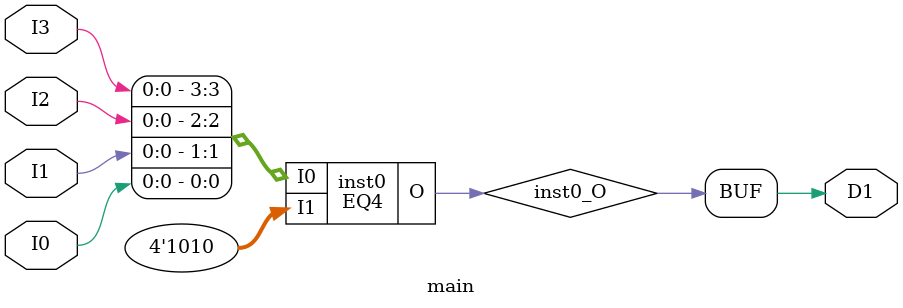
<source format=v>
module EQ4 (input [3:0] I0, input [3:0] I1, output  O);
wire  inst0_O;
wire  inst1_O;
wire  inst2_O;
wire  inst3_O;
SB_LUT4 #(.LUT_INIT(16'h8282)) inst0 (.I0(1'b1), .I1(I0[0]), .I2(I1[0]), .I3(1'b0), .O(inst0_O));
SB_LUT4 #(.LUT_INIT(16'h8282)) inst1 (.I0(inst0_O), .I1(I0[1]), .I2(I1[1]), .I3(1'b0), .O(inst1_O));
SB_LUT4 #(.LUT_INIT(16'h8282)) inst2 (.I0(inst1_O), .I1(I0[2]), .I2(I1[2]), .I3(1'b0), .O(inst2_O));
SB_LUT4 #(.LUT_INIT(16'h8282)) inst3 (.I0(inst2_O), .I1(I0[3]), .I2(I1[3]), .I3(1'b0), .O(inst3_O));
assign O = inst3_O;
endmodule

module main (input  I0, input  I1, input  I2, input  I3, output  D1);
wire  inst0_O;
EQ4 inst0 (.I0({I3,I2,I1,I0}), .I1({1'b1,1'b0,1'b1,1'b0}), .O(inst0_O));
assign D1 = inst0_O;
endmodule


</source>
